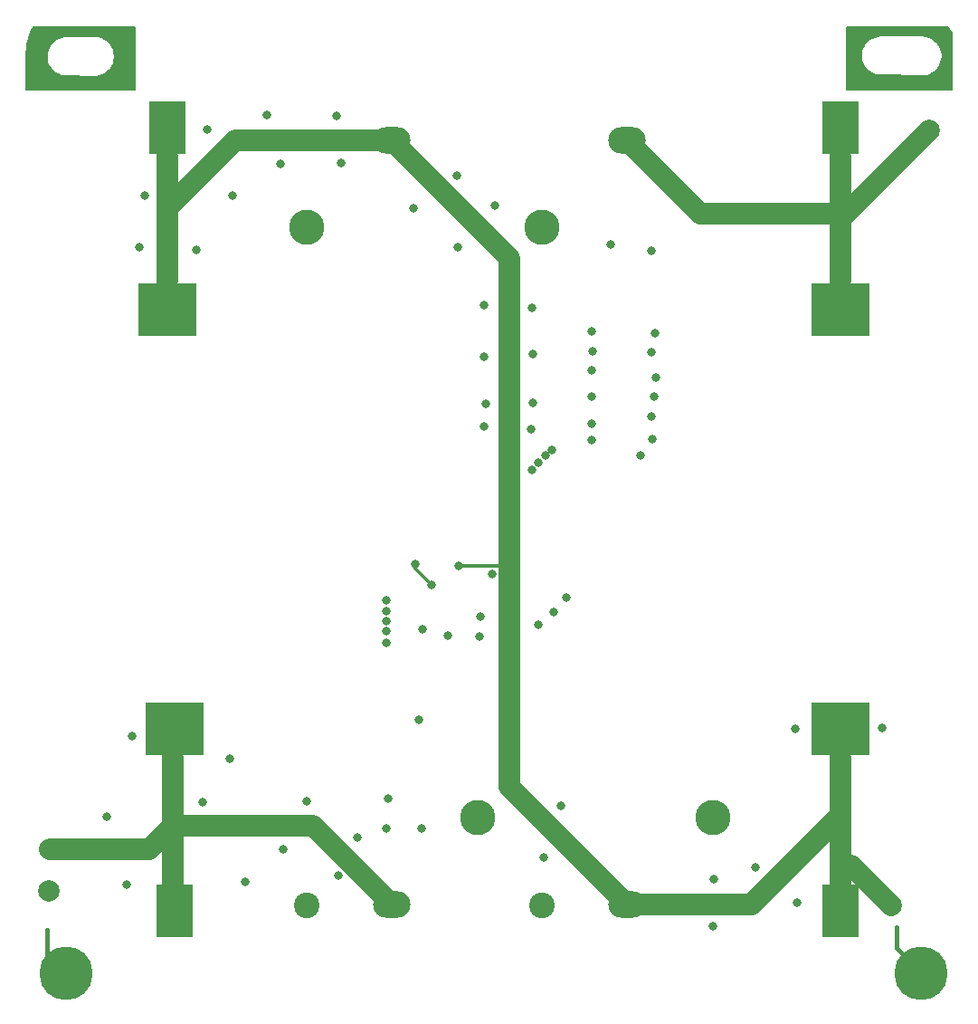
<source format=gbr>
%TF.GenerationSoftware,KiCad,Pcbnew,9.0.0*%
%TF.CreationDate,2025-03-28T16:48:42-07:00*%
%TF.ProjectId,battery_pack_v1,62617474-6572-4795-9f70-61636b5f7631,rev?*%
%TF.SameCoordinates,Original*%
%TF.FileFunction,Copper,L1,Top*%
%TF.FilePolarity,Positive*%
%FSLAX46Y46*%
G04 Gerber Fmt 4.6, Leading zero omitted, Abs format (unit mm)*
G04 Created by KiCad (PCBNEW 9.0.0) date 2025-03-28 16:48:42*
%MOMM*%
%LPD*%
G01*
G04 APERTURE LIST*
%TA.AperFunction,ComponentPad*%
%ADD10C,5.000000*%
%TD*%
%TA.AperFunction,ComponentPad*%
%ADD11C,1.850000*%
%TD*%
%TA.AperFunction,SMDPad,CuDef*%
%ADD12R,3.500000X5.000000*%
%TD*%
%TA.AperFunction,SMDPad,CuDef*%
%ADD13R,5.500000X5.000000*%
%TD*%
%TA.AperFunction,ComponentPad*%
%ADD14C,2.000000*%
%TD*%
%TA.AperFunction,ComponentPad*%
%ADD15C,3.300000*%
%TD*%
%TA.AperFunction,ComponentPad*%
%ADD16C,2.400000*%
%TD*%
%TA.AperFunction,ComponentPad*%
%ADD17O,3.500000X2.500000*%
%TD*%
%TA.AperFunction,ViaPad*%
%ADD18C,0.800000*%
%TD*%
%TA.AperFunction,Conductor*%
%ADD19C,2.000000*%
%TD*%
%TA.AperFunction,Conductor*%
%ADD20C,0.300000*%
%TD*%
%TA.AperFunction,Conductor*%
%ADD21C,0.400000*%
%TD*%
G04 APERTURE END LIST*
D10*
%TO.P,,1*%
%TO.N,Chassis Ground*%
X194500000Y-131530000D03*
%TD*%
D11*
%TO.P,J4,*%
%TO.N,*%
X187000000Y-53000000D03*
X187000000Y-69000000D03*
D12*
%TO.P,J4,1,Pin_1*%
%TO.N,PACK+*%
X187000000Y-52500000D03*
D13*
%TO.P,J4,2,Pin_2*%
X187000000Y-69500000D03*
%TD*%
D14*
%TO.P,TP2,1,1*%
%TO.N,B-*%
X113000000Y-120000000D03*
%TD*%
D11*
%TO.P,J3,*%
%TO.N,*%
X124000000Y-53000000D03*
X124000000Y-69000000D03*
D12*
%TO.P,J3,1,Pin_1*%
%TO.N,BM*%
X124000000Y-52500000D03*
D13*
%TO.P,J3,2,Pin_2*%
X124000000Y-69500000D03*
%TD*%
D14*
%TO.P,TP5,1,1*%
%TO.N,PACK+*%
X195250000Y-52750000D03*
%TD*%
D15*
%TO.P,BT1,*%
%TO.N,*%
X137000000Y-61790000D03*
X153000000Y-116990000D03*
D16*
X137000000Y-125190000D03*
D17*
%TO.P,BT1,1,+*%
%TO.N,BM*%
X145000000Y-53670000D03*
%TO.P,BT1,2,-*%
%TO.N,B-*%
X145000000Y-125110000D03*
%TD*%
D15*
%TO.P,BT2,*%
%TO.N,*%
X159000000Y-61790000D03*
X175000000Y-116990000D03*
D16*
X159000000Y-125190000D03*
D17*
%TO.P,BT2,1,+*%
%TO.N,PACK+*%
X167000000Y-53670000D03*
%TO.P,BT2,2,-*%
%TO.N,BM*%
X167000000Y-125110000D03*
%TD*%
D11*
%TO.P,J2,*%
%TO.N,*%
X124641287Y-125250000D03*
X124641287Y-109250000D03*
D12*
%TO.P,J2,1,Pin_1*%
%TO.N,B-*%
X124641287Y-125750000D03*
D13*
%TO.P,J2,2,Pin_2*%
X124641287Y-108750000D03*
%TD*%
D10*
%TO.P,,1*%
%TO.N,Chassis Ground*%
X114500000Y-131530000D03*
%TD*%
D14*
%TO.P,TP4,1,1*%
%TO.N,PACK-*%
X112860000Y-123900000D03*
%TD*%
%TO.P,TP3,1,1*%
%TO.N,BM*%
X191750000Y-125250000D03*
%TD*%
D11*
%TO.P,J5,*%
%TO.N,*%
X187000000Y-125250000D03*
X187000000Y-109250000D03*
D12*
%TO.P,J5,1,Pin_1*%
%TO.N,BM*%
X187000000Y-125750000D03*
D13*
%TO.P,J5,2,Pin_2*%
X187000000Y-108750000D03*
%TD*%
D18*
%TO.N,PACK-*%
X158000000Y-80700000D03*
X153600000Y-80400000D03*
X158200000Y-78200000D03*
X153800000Y-78300000D03*
X153600000Y-73900000D03*
X158200000Y-73700000D03*
X158100000Y-69300000D03*
X153600000Y-69100000D03*
X151200000Y-63700000D03*
X154600000Y-59800000D03*
X151070035Y-56949400D03*
X147000000Y-60000000D03*
X140200000Y-55800000D03*
X134600000Y-55900000D03*
X133300000Y-51300000D03*
X139800000Y-51400000D03*
X127720653Y-52632708D03*
X130100000Y-58800000D03*
X121900000Y-58800000D03*
X126700000Y-63900000D03*
X121400000Y-63700000D03*
X144600000Y-115200000D03*
X147500000Y-107900000D03*
X141800000Y-118900000D03*
X140000000Y-122400000D03*
X137000000Y-115500000D03*
X134800000Y-120000000D03*
X129800000Y-111500000D03*
X131300000Y-123000000D03*
X120200000Y-123300000D03*
X120700000Y-109400000D03*
X118300000Y-116900000D03*
X127300000Y-115600000D03*
X182700000Y-108700000D03*
X190900000Y-108600000D03*
X179000000Y-121700000D03*
X182900000Y-125000000D03*
X160800000Y-115900000D03*
X175132930Y-122786059D03*
X175000000Y-127200000D03*
X159200000Y-120700000D03*
X147800000Y-118000000D03*
X144500000Y-118000000D03*
X165500000Y-63400000D03*
X169300000Y-64000000D03*
X163700000Y-71500000D03*
X163800000Y-73400000D03*
X163700000Y-75200000D03*
X163700000Y-77600000D03*
X163700000Y-81700000D03*
X163700000Y-80200000D03*
X169600000Y-71700000D03*
X169300000Y-73500000D03*
X169700000Y-75900000D03*
X169500000Y-77600000D03*
X169300000Y-79500000D03*
X169400000Y-81600000D03*
X168300000Y-83100000D03*
X158700000Y-99000000D03*
X161300000Y-96400000D03*
X160100000Y-97800000D03*
X144500000Y-100700000D03*
X144500000Y-99600000D03*
X144500000Y-96700000D03*
X144500000Y-97700000D03*
X144500000Y-98600000D03*
X147900000Y-99400000D03*
X150200000Y-100000000D03*
X153200000Y-100100000D03*
X153300000Y-98200000D03*
X154400000Y-94250000D03*
X159925506Y-82625506D03*
X159375506Y-83175506D03*
X158725506Y-83825506D03*
X158075506Y-84475506D03*
%TO.N,/VDD*%
X147190097Y-93301507D03*
X148705560Y-95268460D03*
%TO.N,BM*%
X151250000Y-93500000D03*
%TD*%
D19*
%TO.N,B-*%
X137640000Y-117750000D02*
X145000000Y-125110000D01*
X124500000Y-123070000D02*
X124500000Y-117750000D01*
X122250000Y-120000000D02*
X124500000Y-117750000D01*
X124500000Y-117750000D02*
X137640000Y-117750000D01*
X113000000Y-120000000D02*
X122250000Y-120000000D01*
X124500000Y-117750000D02*
X124500000Y-111430000D01*
D20*
%TO.N,/VDD*%
X147190097Y-93752997D02*
X148705560Y-95268460D01*
X147190097Y-93301507D02*
X147190097Y-93752997D01*
D19*
%TO.N,BM*%
X178640000Y-125110000D02*
X187000000Y-116750000D01*
X145000000Y-53670000D02*
X156000000Y-64670000D01*
X124000000Y-60000000D02*
X130330000Y-53670000D01*
X124000000Y-66820000D02*
X124000000Y-60000000D01*
X167000000Y-125110000D02*
X178640000Y-125110000D01*
X156000000Y-93500000D02*
X156000000Y-114110000D01*
X156000000Y-114110000D02*
X167000000Y-125110000D01*
X187000000Y-116750000D02*
X187000000Y-111430000D01*
X187000000Y-123070000D02*
X187000000Y-121500000D01*
X188000000Y-121500000D02*
X187000000Y-121500000D01*
D20*
X151250000Y-93500000D02*
X156000000Y-93500000D01*
D19*
X191750000Y-125250000D02*
X188000000Y-121500000D01*
X156000000Y-64670000D02*
X156000000Y-93500000D01*
X187000000Y-121500000D02*
X187000000Y-116750000D01*
X124000000Y-60000000D02*
X124000000Y-55180000D01*
X130330000Y-53670000D02*
X145000000Y-53670000D01*
%TO.N,PACK+*%
X187000000Y-60500000D02*
X187500000Y-60500000D01*
X187000000Y-60500000D02*
X173830000Y-60500000D01*
X187000000Y-66820000D02*
X187000000Y-60500000D01*
X187500000Y-60500000D02*
X195250000Y-52750000D01*
X187000000Y-60500000D02*
X187000000Y-55180000D01*
X173830000Y-60500000D02*
X167000000Y-53670000D01*
D21*
%TO.N,Chassis Ground*%
X192210000Y-127290000D02*
X192210000Y-129240000D01*
X112725000Y-127540000D02*
X112725000Y-129755000D01*
X112725000Y-129755000D02*
X114500000Y-131530000D01*
X192210000Y-129240000D02*
X194500000Y-131530000D01*
%TD*%
%TA.AperFunction,Conductor*%
%TO.N,Chassis Ground*%
G36*
X197003197Y-43020002D02*
G01*
X197032024Y-43045520D01*
X197470950Y-43574269D01*
X197499069Y-43639456D01*
X197500000Y-43654745D01*
X197500000Y-48874000D01*
X197479998Y-48942121D01*
X197426342Y-48988614D01*
X197374000Y-49000000D01*
X187626000Y-49000000D01*
X187557879Y-48979998D01*
X187511386Y-48926342D01*
X187500000Y-48874000D01*
X187500000Y-45854374D01*
X188995959Y-45854374D01*
X188995959Y-45854386D01*
X189028799Y-46108798D01*
X189028800Y-46108803D01*
X189097870Y-46355857D01*
X189097875Y-46355872D01*
X189201733Y-46590420D01*
X189201735Y-46590424D01*
X189282215Y-46718480D01*
X189338241Y-46807626D01*
X189504548Y-47002949D01*
X189504553Y-47002953D01*
X189697203Y-47172339D01*
X189912205Y-47312276D01*
X189912207Y-47312277D01*
X190145092Y-47419858D01*
X190145094Y-47419858D01*
X190145095Y-47419859D01*
X190145098Y-47419860D01*
X190391019Y-47492845D01*
X190391021Y-47492846D01*
X190447438Y-47501041D01*
X190644891Y-47529727D01*
X190771129Y-47529819D01*
X190772524Y-47529829D01*
X194582028Y-47579304D01*
X194583275Y-47579821D01*
X194621857Y-47579821D01*
X194660437Y-47580323D01*
X194660437Y-47580322D01*
X194667992Y-47580421D01*
X194674973Y-47579778D01*
X194751932Y-47579781D01*
X195006861Y-47543133D01*
X195253979Y-47470578D01*
X195488256Y-47363592D01*
X195704922Y-47224354D01*
X195899567Y-47055697D01*
X196068228Y-46861056D01*
X196207472Y-46644393D01*
X196314463Y-46410119D01*
X196387024Y-46163002D01*
X196423678Y-45908075D01*
X196423678Y-45650525D01*
X196387024Y-45395598D01*
X196314463Y-45148481D01*
X196226877Y-44956697D01*
X196207476Y-44914215D01*
X196207472Y-44914207D01*
X196178246Y-44868732D01*
X196068228Y-44697544D01*
X196032205Y-44655972D01*
X195899568Y-44502903D01*
X195704923Y-44334247D01*
X195704922Y-44334246D01*
X195488256Y-44195008D01*
X195488246Y-44195003D01*
X195253985Y-44088024D01*
X195253980Y-44088022D01*
X195253979Y-44088022D01*
X195191402Y-44069649D01*
X195006860Y-44015466D01*
X194816013Y-43988031D01*
X194751932Y-43978819D01*
X194751930Y-43978819D01*
X194675377Y-43978819D01*
X194675377Y-43978820D01*
X194663017Y-43978820D01*
X194663002Y-43978814D01*
X194625014Y-43978820D01*
X194623160Y-43978821D01*
X194623156Y-43978822D01*
X194572203Y-43978822D01*
X194572097Y-43978832D01*
X190829630Y-43979612D01*
X190825701Y-43979552D01*
X190712707Y-43976049D01*
X190701291Y-43975696D01*
X190701290Y-43975696D01*
X190701289Y-43975696D01*
X190446386Y-44004500D01*
X190446372Y-44004503D01*
X190198259Y-44069649D01*
X190198258Y-44069649D01*
X189962085Y-44169782D01*
X189962083Y-44169783D01*
X189742734Y-44302837D01*
X189544806Y-44466025D01*
X189372388Y-44655968D01*
X189229064Y-44868723D01*
X189229056Y-44868738D01*
X189117803Y-45099879D01*
X189117802Y-45099880D01*
X189040926Y-45344626D01*
X189000028Y-45597877D01*
X188995959Y-45854374D01*
X187500000Y-45854374D01*
X187500000Y-43126000D01*
X187520002Y-43057879D01*
X187573658Y-43011386D01*
X187626000Y-43000000D01*
X196935076Y-43000000D01*
X197003197Y-43020002D01*
G37*
%TD.AperFunction*%
%TD*%
%TA.AperFunction,Conductor*%
%TO.N,Chassis Ground*%
G36*
X120942121Y-43020002D02*
G01*
X120988614Y-43073658D01*
X121000000Y-43126000D01*
X121000000Y-48874000D01*
X120979998Y-48942121D01*
X120926342Y-48988614D01*
X120874000Y-49000000D01*
X110826500Y-49000000D01*
X110758379Y-48979998D01*
X110711886Y-48926342D01*
X110700500Y-48874000D01*
X110700500Y-46037542D01*
X110701346Y-46035363D01*
X110700500Y-45997757D01*
X110700500Y-45992675D01*
X110700511Y-45990974D01*
X110701491Y-45918391D01*
X110703048Y-45803099D01*
X112773656Y-45803099D01*
X112782289Y-45958081D01*
X112787830Y-46057570D01*
X112787830Y-46057574D01*
X112787831Y-46057575D01*
X112838123Y-46307408D01*
X112838128Y-46307428D01*
X112919696Y-46536809D01*
X112923516Y-46547551D01*
X113042260Y-46773062D01*
X113142386Y-46911060D01*
X113191929Y-46979343D01*
X113191939Y-46979355D01*
X113369469Y-47162190D01*
X113369473Y-47162193D01*
X113369474Y-47162194D01*
X113571264Y-47317871D01*
X113793182Y-47443199D01*
X113793185Y-47443200D01*
X114030691Y-47535619D01*
X114087950Y-47548910D01*
X114278958Y-47593247D01*
X114374014Y-47601363D01*
X114381260Y-47604442D01*
X114413517Y-47604735D01*
X114445665Y-47607477D01*
X114445665Y-47607476D01*
X114445668Y-47607477D01*
X114458006Y-47606098D01*
X114458169Y-47607561D01*
X114473288Y-47605278D01*
X117132401Y-47629459D01*
X117133275Y-47629821D01*
X117172287Y-47629821D01*
X117211219Y-47630176D01*
X117211220Y-47630175D01*
X117220103Y-47630256D01*
X117225175Y-47629778D01*
X117301932Y-47629781D01*
X117556861Y-47593133D01*
X117803979Y-47520578D01*
X118038256Y-47413592D01*
X118254922Y-47274354D01*
X118449567Y-47105697D01*
X118618228Y-46911056D01*
X118757472Y-46694393D01*
X118864463Y-46460119D01*
X118937024Y-46213002D01*
X118973678Y-45958075D01*
X118973678Y-45700525D01*
X118937024Y-45445598D01*
X118864463Y-45198481D01*
X118757472Y-44964207D01*
X118618228Y-44747544D01*
X118532907Y-44649080D01*
X118449568Y-44552903D01*
X118254923Y-44384247D01*
X118254922Y-44384246D01*
X118038256Y-44245008D01*
X118038246Y-44245003D01*
X117803985Y-44138024D01*
X117803980Y-44138022D01*
X117803979Y-44138022D01*
X117741633Y-44119717D01*
X117556860Y-44065466D01*
X117366013Y-44038031D01*
X117301932Y-44028819D01*
X117301930Y-44028819D01*
X117224902Y-44028819D01*
X117224902Y-44028820D01*
X117212046Y-44028820D01*
X117211128Y-44028450D01*
X117172170Y-44028821D01*
X117171596Y-44028822D01*
X117171595Y-44028821D01*
X117171593Y-44028822D01*
X117124382Y-44028822D01*
X117119524Y-44029324D01*
X114521819Y-44054128D01*
X114521820Y-44054129D01*
X114506358Y-44054276D01*
X114502074Y-44052765D01*
X114466639Y-44054656D01*
X114463863Y-44054683D01*
X114431141Y-44054995D01*
X114431044Y-44055016D01*
X114412042Y-44057492D01*
X114334995Y-44061615D01*
X114085032Y-44111336D01*
X113844702Y-44196175D01*
X113844698Y-44196177D01*
X113618924Y-44314397D01*
X113618920Y-44314400D01*
X113412296Y-44463595D01*
X113412292Y-44463598D01*
X113229040Y-44640717D01*
X113229032Y-44640726D01*
X113072903Y-44842145D01*
X113072892Y-44842161D01*
X112947062Y-45063777D01*
X112947058Y-45063785D01*
X112854095Y-45301077D01*
X112854091Y-45301089D01*
X112795897Y-45549210D01*
X112795896Y-45549215D01*
X112773656Y-45803099D01*
X110703048Y-45803099D01*
X110706503Y-45547315D01*
X110706949Y-45538300D01*
X110744837Y-45096238D01*
X110745935Y-45087248D01*
X110749662Y-45063781D01*
X110815521Y-44649060D01*
X110817258Y-44640199D01*
X110918188Y-44208129D01*
X110920557Y-44199421D01*
X111052298Y-43775749D01*
X111055283Y-43767241D01*
X111217173Y-43354105D01*
X111220767Y-43345825D01*
X111351648Y-43071710D01*
X111399050Y-43018855D01*
X111465352Y-43000000D01*
X120874000Y-43000000D01*
X120942121Y-43020002D01*
G37*
%TD.AperFunction*%
%TD*%
M02*

</source>
